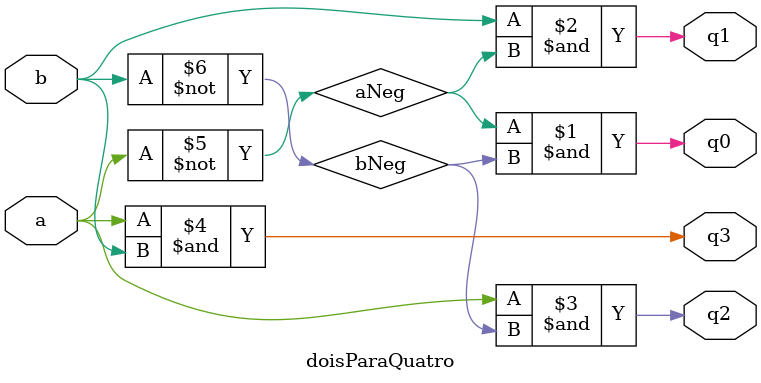
<source format=v>


module doisParaQuatro(a, b, q0, q1, q2, q3);

input a, b; // um numero rep. por dois bits

output q0, q1, q2, q3; // saida

wire aNeg, bNeg;

not(aNeg, a);
not(bNeg, b);

and(q0, aNeg, bNeg);
and(q1, b, aNeg);
and(q2, a, bNeg);
and(q3, a, b);

endmodule

</source>
